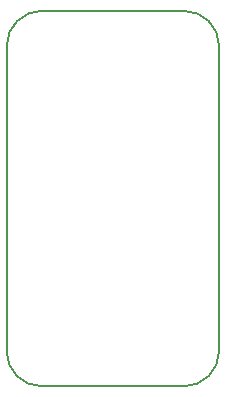
<source format=gbr>
G04 #@! TF.GenerationSoftware,KiCad,Pcbnew,(5.1.5)-2*
G04 #@! TF.CreationDate,2020-02-06T19:09:09-08:00*
G04 #@! TF.ProjectId,USB2RoMeLa_Boosted,55534232-526f-44d6-954c-615f426f6f73,rev?*
G04 #@! TF.SameCoordinates,Original*
G04 #@! TF.FileFunction,Profile,NP*
%FSLAX46Y46*%
G04 Gerber Fmt 4.6, Leading zero omitted, Abs format (unit mm)*
G04 Created by KiCad (PCBNEW (5.1.5)-2) date 2020-02-06 19:09:09*
%MOMM*%
%LPD*%
G04 APERTURE LIST*
%ADD10C,0.200000*%
G04 APERTURE END LIST*
D10*
X131000000Y-89800000D02*
X131000000Y-64000000D01*
X146000000Y-92800000D02*
G75*
G03X149000000Y-89800000I0J3000000D01*
G01*
X131000000Y-89800000D02*
G75*
G03X134000000Y-92800000I3000000J0D01*
G01*
X149000000Y-64000000D02*
G75*
G03X146000000Y-61000000I-3000000J0D01*
G01*
X131000000Y-64000000D02*
G75*
G02X134000000Y-61000000I3000000J0D01*
G01*
X149000000Y-64000000D02*
X149000000Y-89800000D01*
X134000000Y-61000000D02*
X146000000Y-61000000D01*
X146000000Y-92800000D02*
X134000000Y-92800000D01*
M02*

</source>
